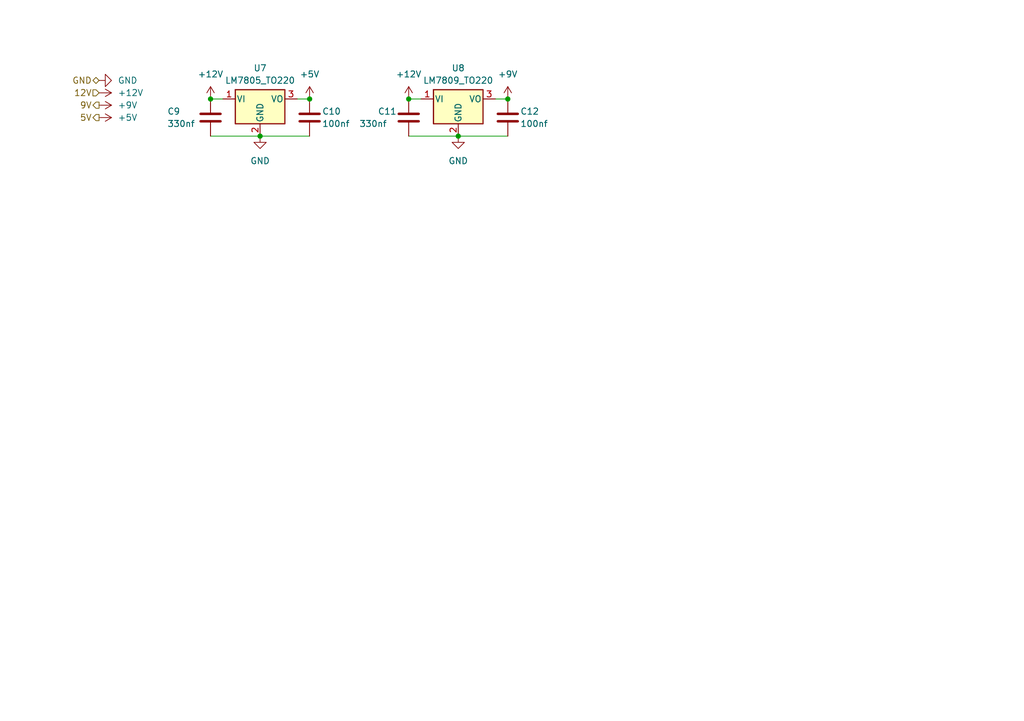
<source format=kicad_sch>
(kicad_sch (version 20231120) (generator "eeschema") (generator_version "8.0")
  (paper "A5")
  (lib_symbols
    (symbol "Device:C" (pin_numbers hide) (pin_names (offset 0.254))
      (property "Reference" "C" (at 0.635 2.54 0))
      (property "Value" "C" (at 0.635 -2.54 0))
      (symbol "C_0_1"
        (polyline (pts (xy -2.032 -0.762) (xy 2.032 -0.762)) (stroke (width 0.508)))
        (polyline (pts (xy -2.032 0.762) (xy 2.032 0.762)) (stroke (width 0.508)))
      )
      (symbol "C_1_1"
        (pin passive line (at 0 3.81 270) (length 2.794) (name "~") (number "1"))
        (pin passive line (at 0 -3.81 90) (length 2.794) (name "~") (number "2"))
      )
    )
    (symbol "Regulator_Linear:LM7805_TO220" (pin_names (offset 0.254))
      (property "Reference" "U" (at -3.81 3.175 0))
      (property "Value" "LM7805_TO220" (at 0 3.175 0))
      (symbol "LM7805_TO220_0_1"
        (rectangle (start -5.08 1.905) (end 5.08 -5.08) (stroke (width 0.254)) (fill (type background)))
      )
      (symbol "LM7805_TO220_1_1"
        (pin power_in line (at -7.62 0 0) (length 2.54) (name "VI") (number "1"))
        (pin power_in line (at 0 -7.62 90) (length 2.54) (name "GND") (number "2"))
        (pin power_out line (at 7.62 0 180) (length 2.54) (name "VO") (number "3"))
      )
    )
    (symbol "Regulator_Linear:LM7809_TO220" (pin_names (offset 0.254))
      (property "Reference" "U" (at -3.81 3.175 0))
      (property "Value" "LM7809_TO220" (at 0 3.175 0))
      (symbol "LM7809_TO220_0_1"
        (rectangle (start -5.08 1.905) (end 5.08 -5.08) (stroke (width 0.254)) (fill (type background)))
      )
      (symbol "LM7809_TO220_1_1"
        (pin power_in line (at -7.62 0 0) (length 2.54) (name "VI") (number "1"))
        (pin power_in line (at 0 -7.62 90) (length 2.54) (name "GND") (number "2"))
        (pin power_out line (at 7.62 0 180) (length 2.54) (name "VO") (number "3"))
      )
    )
    (symbol "power:+12V" (power) (pin_numbers hide) (pin_names (offset 0) hide)
      (property "Value" "+12V" (at 0 3.556 0))
      (symbol "+12V_0_1"
        (polyline (pts (xy -0.762 1.27) (xy 0 2.54)))
        (polyline (pts (xy 0 0) (xy 0 2.54)))
        (polyline (pts (xy 0 2.54) (xy 0.762 1.27)))
      )
      (symbol "+12V_1_1"
        (pin power_in line (at 0 0 90) (length 0) (name "~") (number "1"))
      )
    )
    (symbol "power:+5V" (power) (pin_numbers hide) (pin_names (offset 0) hide)
      (property "Value" "+5V" (at 0 3.556 0))
      (symbol "+5V_0_1"
        (polyline (pts (xy -0.762 1.27) (xy 0 2.54)))
        (polyline (pts (xy 0 0) (xy 0 2.54)))
        (polyline (pts (xy 0 2.54) (xy 0.762 1.27)))
      )
      (symbol "+5V_1_1"
        (pin power_in line (at 0 0 90) (length 0) (name "~") (number "1"))
      )
    )
    (symbol "power:+9V" (power) (pin_numbers hide) (pin_names (offset 0) hide)
      (property "Value" "+9V" (at 0 3.556 0))
      (symbol "+9V_0_1"
        (polyline (pts (xy -0.762 1.27) (xy 0 2.54)))
        (polyline (pts (xy 0 0) (xy 0 2.54)))
        (polyline (pts (xy 0 2.54) (xy 0.762 1.27)))
      )
      (symbol "+9V_1_1"
        (pin power_in line (at 0 0 90) (length 0) (name "~") (number "1"))
      )
    )
    (symbol "power:GND" (power) (pin_numbers hide) (pin_names (offset 0) hide)
      (property "Value" "GND" (at 0 -3.81 0))
      (symbol "GND_0_1"
        (polyline (pts (xy 0 0) (xy 0 -1.27) (xy 1.27 -1.27) (xy 0 -2.54) (xy -1.27 -1.27) (xy 0 -1.27)))
      )
      (symbol "GND_1_1"
        (pin power_in line (at 0 0 270) (length 0) (name "~") (number "1"))
      )
    )
  )
  (junction (at 93.98 27.94))
  (junction (at 63.5 20.32))
  (junction (at 53.34 27.94))
  (junction (at 104.14 20.32))
  (junction (at 43.18 20.32))
  (junction (at 83.82 20.32))
  (wire (pts (xy 93.98 27.94) (xy 104.14 27.94)))
  (wire (pts (xy 60.96 20.32) (xy 63.5 20.32)))
  (wire (pts (xy 83.82 20.32) (xy 86.36 20.32)))
  (wire (pts (xy 101.6 20.32) (xy 104.14 20.32)))
  (wire (pts (xy 53.34 27.94) (xy 63.5 27.94)))
  (wire (pts (xy 43.18 20.32) (xy 45.72 20.32)))
  (wire (pts (xy 83.82 27.94) (xy 93.98 27.94)))
  (wire (pts (xy 43.18 27.94) (xy 53.34 27.94)))
  (hierarchical_label "9V" (shape output) (at 20.32 21.59 180))
  (hierarchical_label "12V" (shape input) (at 20.32 19.05 180))
  (hierarchical_label "GND" (shape bidirectional) (at 20.32 16.51 180))
  (hierarchical_label "5V" (shape output) (at 20.32 24.13 180))
  (symbol (lib_id "Device:C") (at 43.18 24.13 0) (unit 1)
    (property "Reference" "C9" (at 34.29 22.86 0) (effects (justify left)))
    (property "Value" "330nf" (at 34.29 25.4 0) (effects (justify left)))
    (property "Footprint" "Capacitor_SMD:C_0805_2012Metric_Pad1.18x1.45mm_HandSolder" (effects (hide yes)))
    (property "Datasheet" "https://mm.digikey.com/Volume0/opasdata/d220001/medias/docus/4262/0805B334K250CC.pdf" (effects (hide yes)))
    (instances (project "Revision 1" (path "" (reference "C9") (unit 1))) (project "Telemetry Board" (path "" (reference "C1") (unit 1))))
  )
  (symbol (lib_id "power:GND") (at 20.32 16.51 90) (unit 1)
    (property "Reference" "#PWR0108" (effects (hide yes)))
    (property "Value" "GND" (at 24.13 16.5099 90) (effects (justify right)))
    (property "Description" "Power symbol creates a global label with name \"GND\" , ground" (effects (hide yes)))
    (instances (project "Revision 1" (path "" (reference "#PWR0108") (unit 1))) (project "Telemetry Board" (path "" (reference "#PWR07") (unit 1))))
  )
  (symbol (lib_id "Device:C") (at 104.14 24.13 0) (unit 1)
    (property "Reference" "C12" (at 106.68 22.86 0) (effects (justify left)))
    (property "Value" "100nf" (at 106.68 25.4 0) (effects (justify left)))
    (property "Footprint" "Capacitor_SMD:C_0805_2012Metric_Pad1.18x1.45mm_HandSolder" (effects (hide yes)))
    (instances (project "Revision 1" (path "" (reference "C12") (unit 1))) (project "Telemetry Board" (path "" (reference "C4") (unit 1))))
  )
  (symbol (lib_id "Regulator_Linear:LM7809_TO220") (at 93.98 20.32 0) (unit 1)
    (property "Reference" "U8" (at 93.98 13.97 0))
    (property "Value" "LM7809_TO220" (at 93.98 16.51 0))
    (property "Footprint" "Package_TO_SOT_THT:TO-220-3_Vertical" (effects (hide yes)))
    (property "Datasheet" "https://www.onsemi.cn/PowerSolutions/document/MC7800-D.PDF" (effects (hide yes)))
    (instances (project "Revision 1" (path "" (reference "U8") (unit 1))) (project "Telemetry Board" (path "" (reference "U2") (unit 1))))
  )
  (symbol (lib_id "power:+5V") (at 63.5 20.32 0) (unit 1)
    (property "Reference" "#PWR0110" (effects (hide yes)))
    (property "Value" "+5V" (at 63.5 15.24 0))
    (instances (project "Revision 1" (path "" (reference "#PWR0110") (unit 1))) (project "Telemetry Board" (path "" (reference "#PWR012") (unit 1))))
  )
  (symbol (lib_id "Device:C") (at 83.82 24.13 0) (unit 1)
    (property "Reference" "C11" (at 77.47 22.86 0) (effects (justify left)))
    (property "Value" "330nf" (at 73.66 25.4 0) (effects (justify left)))
    (property "Footprint" "Capacitor_SMD:C_0805_2012Metric_Pad1.18x1.45mm_HandSolder" (effects (hide yes)))
    (instances (project "Revision 1" (path "" (reference "C11") (unit 1))) (project "Telemetry Board" (path "" (reference "C2") (unit 1))))
  )
  (symbol (lib_id "power:+12V") (at 43.18 20.32 0) (unit 1)
    (property "Reference" "#PWR0103" (effects (hide yes)))
    (property "Value" "+12V" (at 43.18 15.24 0))
    (instances (project "Revision 1" (path "" (reference "#PWR0103") (unit 1))) (project "Telemetry Board" (path "" (reference "#PWR08") (unit 1))))
  )
  (symbol (lib_id "power:GND") (at 93.98 27.94 0) (unit 1)
    (property "Reference" "#PWR0104" (effects (hide yes)))
    (property "Value" "GND" (at 93.98 33.02 0))
    (instances (project "Revision 1" (path "" (reference "#PWR0104") (unit 1))) (project "Telemetry Board" (path "" (reference "#PWR011") (unit 1))))
  )
  (symbol (lib_id "power:+5V") (at 20.32 24.13 270) (unit 1)
    (property "Reference" "#PWR0106" (effects (hide yes)))
    (property "Value" "+5V" (at 24.13 24.1299 90) (effects (justify left)))
    (property "Description" "Power symbol creates a global label with name \"+5V\"" (effects (hide yes)))
    (instances (project "Revision 1" (path "" (reference "#PWR0106") (unit 1))) (project "Telemetry Board" (path "" (reference "#PWR03") (unit 1))))
  )
  (symbol (lib_id "power:GND") (at 53.34 27.94 0) (unit 1)
    (property "Reference" "#PWR0101" (effects (hide yes)))
    (property "Value" "GND" (at 53.34 33.02 0))
    (instances (project "Revision 1" (path "" (reference "#PWR0101") (unit 1))) (project "Telemetry Board" (path "" (reference "#PWR010") (unit 1))))
  )
  (symbol (lib_id "Regulator_Linear:LM7805_TO220") (at 53.34 20.32 0) (unit 1)
    (property "Reference" "U7" (at 53.34 13.97 0))
    (property "Value" "LM7805_TO220" (at 53.34 16.51 0))
    (property "Footprint" "Package_TO_SOT_THT:TO-220-3_Vertical" (effects (hide yes)))
    (property "Datasheet" "https://www.onsemi.cn/PowerSolutions/document/MC7800-D.PDF" (effects (hide yes)))
    (instances (project "Revision 1" (path "" (reference "U7") (unit 1))) (project "Telemetry Board" (path "" (reference "U1") (unit 1))))
  )
  (symbol (lib_id "power:+12V") (at 83.82 20.32 0) (unit 1)
    (property "Reference" "#PWR0102" (effects (hide yes)))
    (property "Value" "+12V" (at 83.82 15.24 0))
    (instances (project "Revision 1" (path "" (reference "#PWR0102") (unit 1))) (project "Telemetry Board" (path "" (reference "#PWR09") (unit 1))))
  )
  (symbol (lib_id "power:+9V") (at 20.32 21.59 270) (unit 1)
    (property "Reference" "#PWR0107" (effects (hide yes)))
    (property "Value" "+9V" (at 24.13 21.5899 90) (effects (justify left)))
    (property "Description" "Power symbol creates a global label with name \"+9V\"" (effects (hide yes)))
    (instances (project "Revision 1" (path "" (reference "#PWR0107") (unit 1))) (project "Telemetry Board" (path "" (reference "#PWR04") (unit 1))))
  )
  (symbol (lib_id "power:+9V") (at 104.14 20.32 0) (unit 1)
    (property "Reference" "#PWR0105" (effects (hide yes)))
    (property "Value" "+9V" (at 104.14 15.24 0))
    (instances (project "Revision 1" (path "" (reference "#PWR0105") (unit 1))) (project "Telemetry Board" (path "" (reference "#PWR013") (unit 1))))
  )
  (symbol (lib_id "power:+12V") (at 20.32 19.05 270) (unit 1)
    (property "Reference" "#PWR0109" (effects (hide yes)))
    (property "Value" "+12V" (at 24.13 19.0499 90) (effects (justify left)))
    (property "Description" "Power symbol creates a global label with name \"+12V\"" (effects (hide yes)))
    (instances (project "Revision 1" (path "" (reference "#PWR0109") (unit 1))) (project "Telemetry Board" (path "" (reference "#PWR06") (unit 1))))
  )
  (symbol (lib_id "Device:C") (at 63.5 24.13 0) (unit 1)
    (property "Reference" "C10" (at 66.04 22.86 0) (effects (justify left)))
    (property "Value" "100nf" (at 66.04 25.4 0) (effects (justify left)))
    (property "Footprint" "Capacitor_SMD:C_0805_2012Metric_Pad1.18x1.45mm_HandSolder" (effects (hide yes)))
    (property "Datasheet" "https://mm.digikey.com/Volume0/opasdata/d220001/medias/docus/4005/0805B104K101CC.pdf" (effects (hide yes)))
    (instances (project "Revision 1" (path "" (reference "C10") (unit 1))) (project "Telemetry Board" (path "" (reference "C3") (unit 1))))
  )
)
</source>
